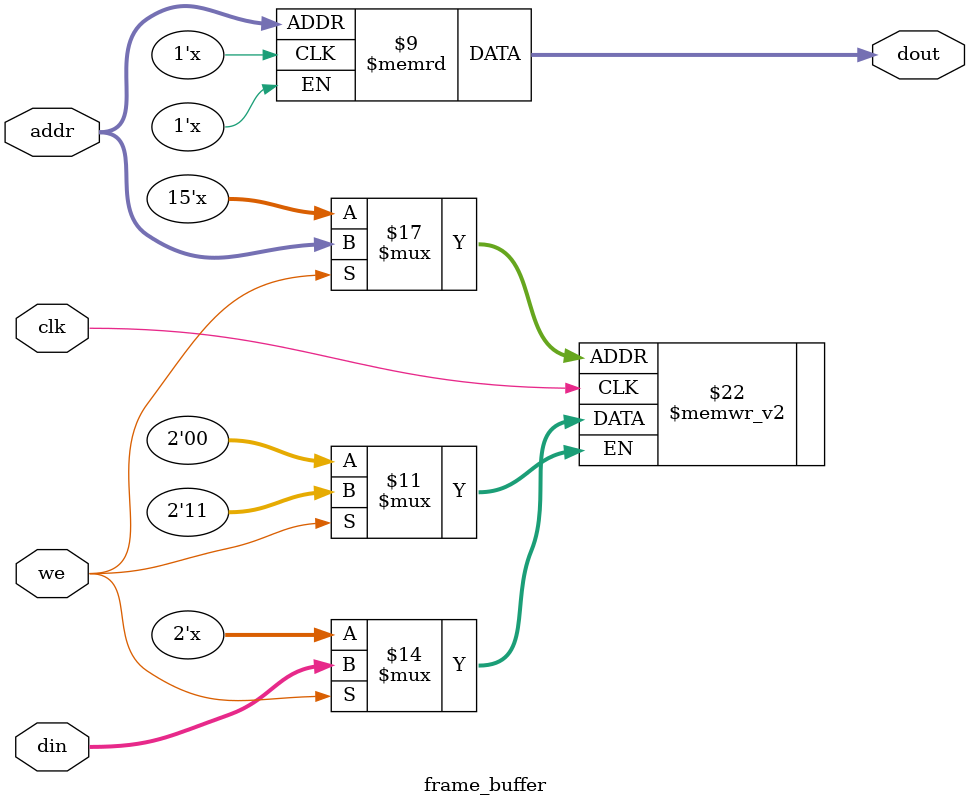
<source format=v>
`timescale 1ns / 1ps
module frame_buffer(	//Outputs
							dout, //pixel data out
							//Inputs
							clk, // Either gpuclk(31.5MHz) or gb_clock(33MHz)
							we,
							din, //pixel data in
							addr //[14:0] to be able to hold 160*144 pix
							);	
	//Outputs
	output wire [1:0] dout; //pixel data out
	//Inputs
	input clk; // Either gpuclk(31.5MHz) or gb_clock(33MHz)
	input we;
	input [1:0] din; //pixel data in
	input [14:0] addr; //[14:0] to be able to hold 160*144 pix
	
	reg [1:0] buffer [0:32767];
	
	always @(posedge clk)
		if(we) buffer[addr] <= din;

	assign dout = buffer[addr];
	
endmodule

</source>
